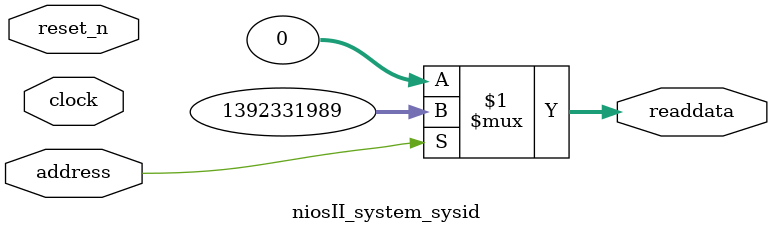
<source format=v>

`timescale 1ns / 1ps
// synthesis translate_on

// turn off superfluous verilog processor warnings 
// altera message_level Level1 
// altera message_off 10034 10035 10036 10037 10230 10240 10030 

module niosII_system_sysid (
               // inputs:
                address,
                clock,
                reset_n,

               // outputs:
                readdata
             )
;

  output  [ 31: 0] readdata;
  input            address;
  input            clock;
  input            reset_n;

  wire    [ 31: 0] readdata;
  //control_slave, which is an e_avalon_slave
  assign readdata = address ? 1392331989 : 0;

endmodule




</source>
